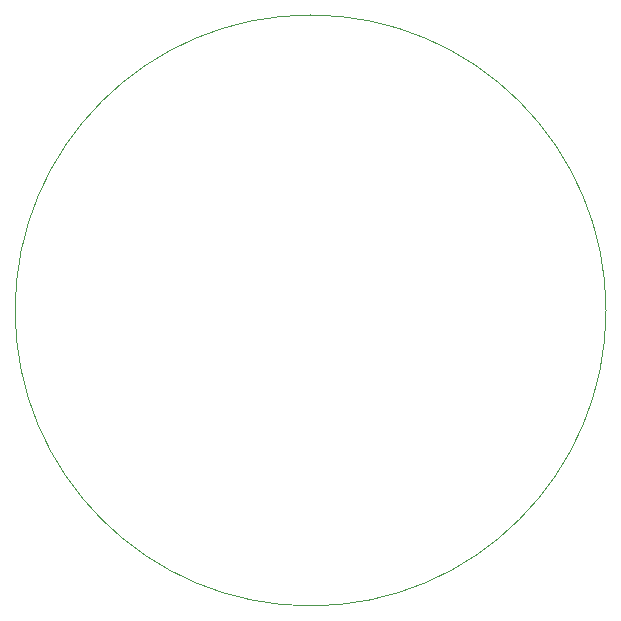
<source format=gbr>
%TF.GenerationSoftware,KiCad,Pcbnew,(5.1.12)-1*%
%TF.CreationDate,2021-12-04T12:05:45+01:00*%
%TF.ProjectId,touch-zigbee,746f7563-682d-47a6-9967-6265652e6b69,rev?*%
%TF.SameCoordinates,Original*%
%TF.FileFunction,Profile,NP*%
%FSLAX46Y46*%
G04 Gerber Fmt 4.6, Leading zero omitted, Abs format (unit mm)*
G04 Created by KiCad (PCBNEW (5.1.12)-1) date 2021-12-04 12:05:45*
%MOMM*%
%LPD*%
G01*
G04 APERTURE LIST*
%TA.AperFunction,Profile*%
%ADD10C,0.050000*%
%TD*%
G04 APERTURE END LIST*
D10*
X135506099Y-116456098D02*
G75*
G03*
X135506099Y-116456098I-25016099J0D01*
G01*
M02*

</source>
